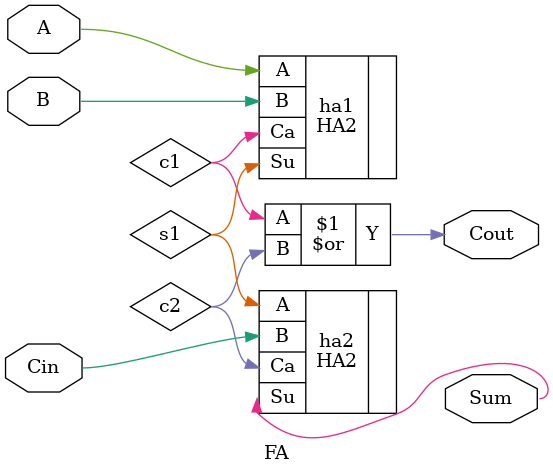
<source format=v>
module FA (Sum, Cout, A, B, Cin);
 
	output Sum, Cout;
	input A, B, Cin;
		
	// Structural code
	HA2 ha1 (.Su(s1), .Ca(c1), .A(A), .B(B));
	HA2 ha2 (.Su(Sum), .Ca(c2), .A(s1), .B(Cin));		
	or o1 (Cout, c1, c2);
	
endmodule
</source>
